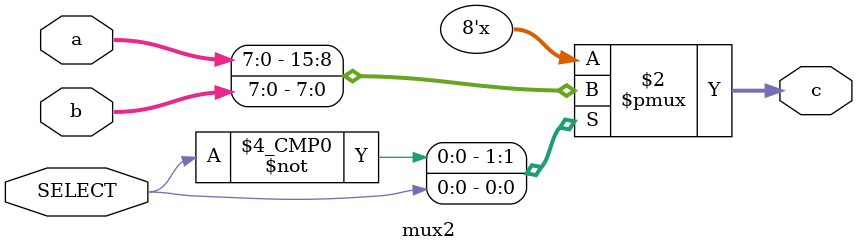
<source format=v>
`timescale  1ns/100ps

module mux2(a,b,SELECT,c);

//input definitions 
input [7:0] a,b;
input SELECT;

//output definitions 
output reg[7:0] c;

always @(a,b,SELECT)           //case statement
begin
    case(SELECT)
            1'b0      : c = a ;  //a
            1'b1      : c = b ;  //b
          
    endcase
end

endmodule
</source>
